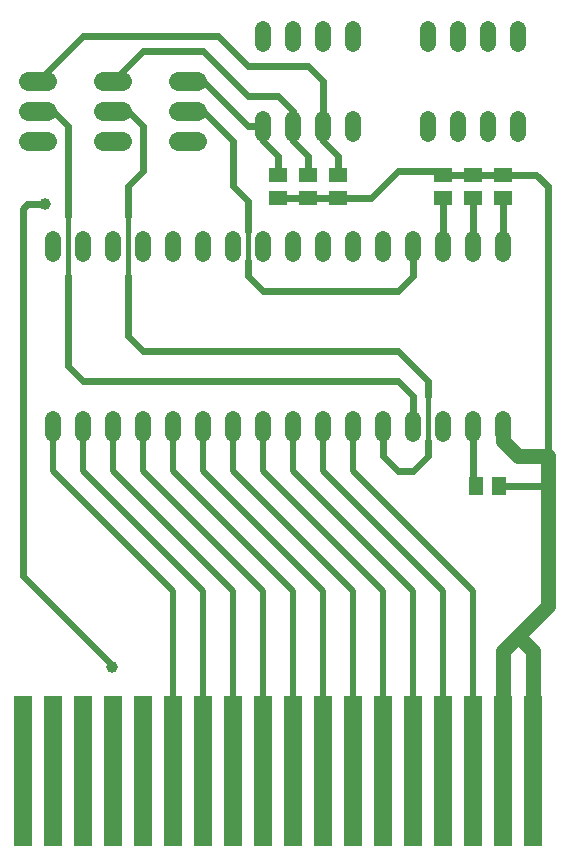
<source format=gbr>
G04 EAGLE Gerber RS-274X export*
G75*
%MOMM*%
%FSLAX34Y34*%
%LPD*%
%INTop Copper*%
%IPPOS*%
%AMOC8*
5,1,8,0,0,1.08239X$1,22.5*%
G01*
%ADD10R,1.524000X12.700000*%
%ADD11R,1.500000X1.300000*%
%ADD12C,1.320800*%
%ADD13R,1.300000X1.500000*%
%ADD14C,1.650000*%
%ADD15C,1.270000*%
%ADD16C,0.508000*%
%ADD17C,0.609600*%
%ADD18C,0.406400*%
%ADD19C,1.006400*%


D10*
X38100Y76200D03*
X63500Y76200D03*
X88900Y76200D03*
X114300Y76200D03*
X139700Y76200D03*
X165100Y76200D03*
X190500Y76200D03*
X215900Y76200D03*
X241300Y76200D03*
X266700Y76200D03*
X292100Y76200D03*
X317500Y76200D03*
X342900Y76200D03*
X368300Y76200D03*
X393700Y76200D03*
X419100Y76200D03*
X444500Y76200D03*
X469900Y76200D03*
D11*
X254000Y581000D03*
X254000Y562000D03*
X279400Y562000D03*
X279400Y581000D03*
D12*
X444500Y527304D02*
X444500Y514096D01*
X419100Y514096D02*
X419100Y527304D01*
X292100Y527304D02*
X292100Y514096D01*
X266700Y514096D02*
X266700Y527304D01*
X393700Y527304D02*
X393700Y514096D01*
X368300Y514096D02*
X368300Y527304D01*
X317500Y527304D02*
X317500Y514096D01*
X342900Y514096D02*
X342900Y527304D01*
X241300Y527304D02*
X241300Y514096D01*
X215900Y514096D02*
X215900Y527304D01*
X190500Y527304D02*
X190500Y514096D01*
X165100Y514096D02*
X165100Y527304D01*
X139700Y527304D02*
X139700Y514096D01*
X114300Y514096D02*
X114300Y527304D01*
X88900Y527304D02*
X88900Y514096D01*
X63500Y514096D02*
X63500Y527304D01*
X63500Y374904D02*
X63500Y361696D01*
X88900Y361696D02*
X88900Y374904D01*
X114300Y374904D02*
X114300Y361696D01*
X139700Y361696D02*
X139700Y374904D01*
X165100Y374904D02*
X165100Y361696D01*
X190500Y361696D02*
X190500Y374904D01*
X215900Y374904D02*
X215900Y361696D01*
X241300Y361696D02*
X241300Y374904D01*
X266700Y374904D02*
X266700Y361696D01*
X292100Y361696D02*
X292100Y374904D01*
X317500Y374904D02*
X317500Y361696D01*
X342900Y361696D02*
X342900Y374904D01*
X368300Y374904D02*
X368300Y361696D01*
X393700Y361696D02*
X393700Y374904D01*
X419100Y374904D02*
X419100Y361696D01*
X444500Y361696D02*
X444500Y374904D01*
D11*
X304800Y562000D03*
X304800Y581000D03*
D12*
X317500Y691896D02*
X317500Y705104D01*
X292100Y705104D02*
X292100Y691896D01*
X292100Y628904D02*
X292100Y615696D01*
X317500Y615696D02*
X317500Y628904D01*
X266700Y691896D02*
X266700Y705104D01*
X241300Y705104D02*
X241300Y691896D01*
X266700Y628904D02*
X266700Y615696D01*
X241300Y615696D02*
X241300Y628904D01*
D11*
X444500Y562000D03*
X444500Y581000D03*
D13*
X422300Y317500D03*
X441300Y317500D03*
D12*
X457200Y691896D02*
X457200Y705104D01*
X431800Y705104D02*
X431800Y691896D01*
X431800Y628904D02*
X431800Y615696D01*
X457200Y615696D02*
X457200Y628904D01*
X406400Y691896D02*
X406400Y705104D01*
X381000Y705104D02*
X381000Y691896D01*
X406400Y628904D02*
X406400Y615696D01*
X381000Y615696D02*
X381000Y628904D01*
D11*
X393700Y562000D03*
X393700Y581000D03*
X419100Y562000D03*
X419100Y581000D03*
D14*
X186050Y609600D02*
X169550Y609600D01*
X169550Y635000D02*
X186050Y635000D01*
X186050Y660400D02*
X169550Y660400D01*
X122550Y609600D02*
X106050Y609600D01*
X106050Y635000D02*
X122550Y635000D01*
X122550Y660400D02*
X106050Y660400D01*
X59050Y609600D02*
X42550Y609600D01*
X42550Y635000D02*
X59050Y635000D01*
X59050Y660400D02*
X42550Y660400D01*
D15*
X469900Y177800D02*
X469900Y76200D01*
X469900Y177800D02*
X457200Y190500D01*
X444500Y177800D01*
X444500Y88900D01*
X482600Y215900D02*
X482600Y317500D01*
X482600Y342900D01*
X482600Y215900D02*
X457200Y190500D01*
D16*
X444500Y88900D02*
X444500Y76200D01*
D17*
X441300Y317500D02*
X482600Y317500D01*
D15*
X444500Y355600D02*
X444500Y368300D01*
X444500Y355600D02*
X457200Y342900D01*
X482600Y342900D01*
D17*
X279400Y562000D02*
X254000Y562000D01*
X279400Y562000D02*
X304800Y562000D01*
X419100Y581000D02*
X444500Y581000D01*
X419100Y581000D02*
X393700Y581000D01*
X333400Y562000D02*
X304800Y562000D01*
X333400Y562000D02*
X355600Y584200D01*
X390500Y584200D01*
X393700Y581000D01*
X444500Y581000D02*
X473100Y581000D01*
X482600Y571500D01*
X482600Y342900D01*
D16*
X419100Y228600D02*
X317500Y330200D01*
X419100Y228600D02*
X419100Y76200D01*
X317500Y330200D02*
X317500Y368300D01*
X292100Y368300D02*
X292100Y330200D01*
X393700Y228600D01*
X393700Y76200D01*
X368300Y76200D02*
X368300Y228600D01*
X266700Y330200D02*
X266700Y368300D01*
X266700Y330200D02*
X368300Y228600D01*
X215900Y330200D02*
X215900Y368300D01*
X215900Y330200D02*
X317500Y228600D01*
X317500Y76200D01*
D17*
X190500Y635000D02*
X177800Y635000D01*
X215900Y609600D02*
X215900Y571500D01*
X228600Y558800D01*
X228600Y533400D01*
D18*
X228600Y508000D01*
D17*
X228600Y495300D01*
X241300Y482600D01*
X355600Y482600D01*
X368300Y495300D01*
X368300Y520700D01*
X215900Y609600D02*
X190500Y635000D01*
X342900Y368300D02*
X342900Y342900D01*
X355600Y330200D01*
X368300Y330200D01*
X381000Y342900D01*
X381000Y355600D01*
D18*
X381000Y393700D01*
D17*
X381000Y406400D01*
X355600Y431800D02*
X139700Y431800D01*
X127000Y444500D01*
X127000Y495300D01*
D18*
X127000Y546100D01*
D17*
X127000Y571500D01*
X139700Y584200D01*
X139700Y622300D01*
X127000Y635000D01*
X114300Y635000D01*
X355600Y431800D02*
X381000Y406400D01*
X63500Y635000D02*
X50800Y635000D01*
X63500Y635000D02*
X76200Y622300D01*
X76200Y546100D01*
D18*
X76200Y495300D01*
D17*
X76200Y419100D02*
X88900Y406400D01*
X355600Y406400D02*
X368300Y393700D01*
X368300Y368300D01*
X76200Y419100D02*
X76200Y495300D01*
X88900Y406400D02*
X355600Y406400D01*
X393700Y520700D02*
X393700Y562000D01*
D16*
X165100Y228600D02*
X165100Y76200D01*
X63500Y330200D02*
X63500Y368300D01*
X63500Y330200D02*
X165100Y228600D01*
X88900Y330200D02*
X88900Y368300D01*
X88900Y330200D02*
X190500Y228600D01*
X190500Y76200D01*
X114300Y330200D02*
X114300Y368300D01*
X114300Y330200D02*
X215900Y228600D01*
X215900Y76200D01*
X139700Y330200D02*
X139700Y368300D01*
X139700Y330200D02*
X241300Y228600D01*
X241300Y76200D01*
X165100Y330200D02*
X165100Y368300D01*
X266700Y228600D02*
X266700Y63500D01*
X266700Y228600D02*
X165100Y330200D01*
X241300Y330200D02*
X241300Y368300D01*
X342900Y228600D02*
X342900Y76200D01*
X342900Y228600D02*
X241300Y330200D01*
X190500Y330200D02*
X190500Y368300D01*
X190500Y330200D02*
X292100Y228600D01*
X292100Y76200D01*
D17*
X419100Y520700D02*
X419100Y562000D01*
X419100Y320700D02*
X422300Y317500D01*
X419100Y320700D02*
X419100Y368300D01*
D19*
X57150Y556260D03*
D17*
X41910Y556260D01*
X38100Y552450D01*
X38100Y241300D01*
X114300Y165100D02*
X113665Y164465D01*
D19*
X113665Y164465D03*
D17*
X114300Y165100D02*
X38100Y241300D01*
X241300Y609600D02*
X241300Y622300D01*
X241300Y609600D02*
X254000Y596900D01*
X254000Y581000D01*
X190500Y660400D02*
X177800Y660400D01*
X190500Y660400D02*
X228600Y622300D01*
X241300Y622300D01*
X266700Y622300D02*
X266700Y609600D01*
X279400Y596900D01*
X279400Y581000D01*
X228600Y647700D02*
X190500Y685800D01*
X254000Y647700D02*
X266700Y635000D01*
X266700Y622300D01*
X139700Y685800D02*
X114300Y660400D01*
X139700Y685800D02*
X190500Y685800D01*
X228600Y647700D02*
X254000Y647700D01*
X292100Y622300D02*
X292100Y609600D01*
X304800Y596900D01*
X304800Y581000D01*
X228600Y673100D02*
X203200Y698500D01*
X279400Y673100D02*
X292100Y660400D01*
X292100Y622300D01*
X88900Y698500D02*
X50800Y660400D01*
X88900Y698500D02*
X203200Y698500D01*
X228600Y673100D02*
X279400Y673100D01*
X444500Y562000D02*
X444500Y520700D01*
M02*

</source>
